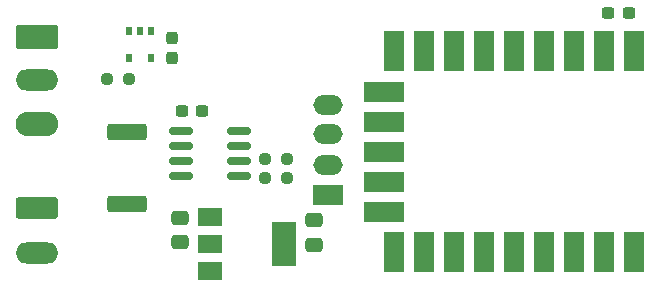
<source format=gbr>
%TF.GenerationSoftware,KiCad,Pcbnew,8.0.8*%
%TF.CreationDate,2025-10-03T16:42:55-04:00*%
%TF.ProjectId,RP2040_Count,52503230-3430-45f4-936f-756e742e6b69,v1*%
%TF.SameCoordinates,Original*%
%TF.FileFunction,Soldermask,Top*%
%TF.FilePolarity,Negative*%
%FSLAX46Y46*%
G04 Gerber Fmt 4.6, Leading zero omitted, Abs format (unit mm)*
G04 Created by KiCad (PCBNEW 8.0.8) date 2025-10-03 16:42:55*
%MOMM*%
%LPD*%
G01*
G04 APERTURE LIST*
G04 Aperture macros list*
%AMRoundRect*
0 Rectangle with rounded corners*
0 $1 Rounding radius*
0 $2 $3 $4 $5 $6 $7 $8 $9 X,Y pos of 4 corners*
0 Add a 4 corners polygon primitive as box body*
4,1,4,$2,$3,$4,$5,$6,$7,$8,$9,$2,$3,0*
0 Add four circle primitives for the rounded corners*
1,1,$1+$1,$2,$3*
1,1,$1+$1,$4,$5*
1,1,$1+$1,$6,$7*
1,1,$1+$1,$8,$9*
0 Add four rect primitives between the rounded corners*
20,1,$1+$1,$2,$3,$4,$5,0*
20,1,$1+$1,$4,$5,$6,$7,0*
20,1,$1+$1,$6,$7,$8,$9,0*
20,1,$1+$1,$8,$9,$2,$3,0*%
G04 Aperture macros list end*
%ADD10C,1.524000*%
%ADD11R,1.700000X3.500000*%
%ADD12R,3.500000X1.700000*%
%ADD13RoundRect,0.249999X1.425001X-0.450001X1.425001X0.450001X-1.425001X0.450001X-1.425001X-0.450001X0*%
%ADD14RoundRect,0.250000X-1.550000X0.650000X-1.550000X-0.650000X1.550000X-0.650000X1.550000X0.650000X0*%
%ADD15O,3.600000X1.800000*%
%ADD16RoundRect,0.237500X-0.250000X-0.237500X0.250000X-0.237500X0.250000X0.237500X-0.250000X0.237500X0*%
%ADD17RoundRect,0.237500X-0.300000X-0.237500X0.300000X-0.237500X0.300000X0.237500X-0.300000X0.237500X0*%
%ADD18RoundRect,0.237500X0.237500X-0.300000X0.237500X0.300000X-0.237500X0.300000X-0.237500X-0.300000X0*%
%ADD19R,0.510000X0.700000*%
%ADD20RoundRect,0.150000X0.825000X0.150000X-0.825000X0.150000X-0.825000X-0.150000X0.825000X-0.150000X0*%
%ADD21RoundRect,0.250000X0.475000X-0.337500X0.475000X0.337500X-0.475000X0.337500X-0.475000X-0.337500X0*%
%ADD22R,2.000000X1.500000*%
%ADD23R,2.000000X3.800000*%
%ADD24RoundRect,0.291667X-1.508333X0.758333X-1.508333X-0.758333X1.508333X-0.758333X1.508333X0.758333X0*%
%ADD25O,3.600000X2.100000*%
%ADD26R,2.500000X1.700000*%
%ADD27O,2.500000X1.700000*%
G04 APERTURE END LIST*
D10*
%TO.C,U5*%
X155910000Y-79760000D03*
D11*
X155910000Y-78860000D03*
D10*
X153370000Y-79760000D03*
D11*
X153370000Y-78860000D03*
D10*
X150830000Y-79760000D03*
D11*
X150830000Y-78860000D03*
D10*
X148290000Y-79760000D03*
D11*
X148290000Y-78860000D03*
D10*
X145750000Y-79760000D03*
D11*
X145750000Y-78860000D03*
D10*
X143210000Y-79760000D03*
D11*
X143210000Y-78860000D03*
D10*
X140670000Y-79760000D03*
D11*
X140670000Y-78860000D03*
D10*
X138130000Y-79760000D03*
D11*
X138130000Y-78860000D03*
D10*
X135590000Y-79760000D03*
D11*
X135590000Y-78860000D03*
D10*
X135600000Y-82300000D03*
D12*
X134700000Y-82300000D03*
D10*
X135600000Y-84840000D03*
D12*
X134700000Y-84840000D03*
D10*
X135600000Y-87380000D03*
D12*
X134700000Y-87380000D03*
D10*
X135600000Y-89920000D03*
D12*
X134700000Y-89920000D03*
D10*
X135600000Y-92460000D03*
D12*
X134700000Y-92460000D03*
D10*
X135590000Y-95000000D03*
D11*
X135590000Y-95900000D03*
D10*
X138130000Y-95000000D03*
D11*
X138130000Y-95900000D03*
D10*
X140670000Y-95000000D03*
D11*
X140670000Y-95900000D03*
D10*
X143210000Y-95000000D03*
D11*
X143210000Y-95900000D03*
D10*
X145750000Y-95000000D03*
D11*
X145750000Y-95900000D03*
D10*
X148290000Y-95000000D03*
D11*
X148290000Y-95900000D03*
D10*
X150830000Y-95000000D03*
D11*
X150830000Y-95900000D03*
D10*
X153370000Y-95000000D03*
D11*
X153370000Y-95900000D03*
D10*
X155910000Y-95000000D03*
D11*
X155910000Y-95900000D03*
%TD*%
D13*
%TO.C,R2*%
X113000000Y-91800000D03*
X113000000Y-85700000D03*
%TD*%
D14*
%TO.C,TB1*%
X105357500Y-92112500D03*
D15*
X105357500Y-95922500D03*
%TD*%
D16*
%TO.C,R3*%
X124687500Y-88000000D03*
X126512500Y-88000000D03*
%TD*%
D17*
%TO.C,C6*%
X153737500Y-75600000D03*
X155462500Y-75600000D03*
%TD*%
D18*
%TO.C,C1*%
X116800000Y-79462500D03*
X116800000Y-77737500D03*
%TD*%
D19*
%TO.C,U1*%
X115050000Y-77140000D03*
X114100000Y-77140000D03*
X113150000Y-77140000D03*
X113150000Y-79460000D03*
X115050000Y-79460000D03*
%TD*%
D20*
%TO.C,U4*%
X122475000Y-89405000D03*
X122475000Y-88135000D03*
X122475000Y-86865000D03*
X122475000Y-85595000D03*
X117525000Y-85595000D03*
X117525000Y-86865000D03*
X117525000Y-88135000D03*
X117525000Y-89405000D03*
%TD*%
D21*
%TO.C,C4*%
X128800000Y-95237500D03*
X128800000Y-93162500D03*
%TD*%
D16*
%TO.C,R1*%
X111287500Y-81200000D03*
X113112500Y-81200000D03*
%TD*%
D22*
%TO.C,U3*%
X120000000Y-92900000D03*
X120000000Y-95200000D03*
D23*
X126300000Y-95200000D03*
D22*
X120000000Y-97500000D03*
%TD*%
D17*
%TO.C,C5*%
X117600000Y-83900000D03*
X119325000Y-83900000D03*
%TD*%
D21*
%TO.C,C3*%
X117500000Y-95037500D03*
X117500000Y-92962500D03*
%TD*%
D16*
%TO.C,R4*%
X124687500Y-89600000D03*
X126512500Y-89600000D03*
%TD*%
D24*
%TO.C,J2*%
X105357500Y-77680000D03*
D15*
X105357500Y-81340000D03*
D25*
X105357500Y-85000000D03*
%TD*%
D26*
%TO.C,J3*%
X130000000Y-91000000D03*
D27*
X130000000Y-88500000D03*
X130000000Y-85900000D03*
X130000000Y-83400000D03*
%TD*%
M02*

</source>
